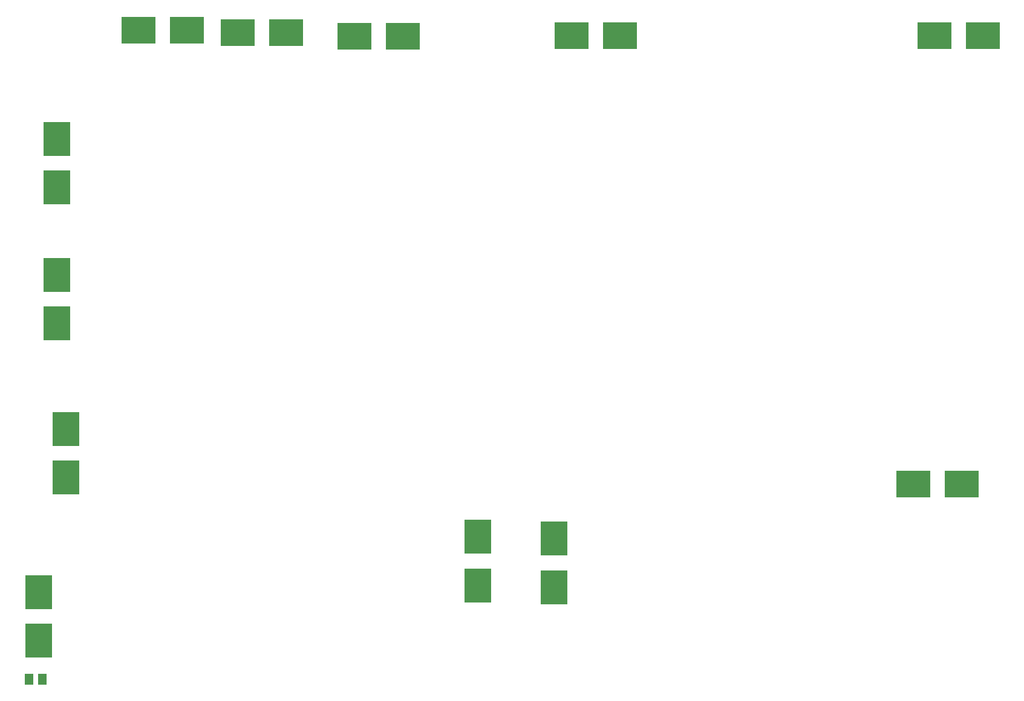
<source format=gbr>
G04 EAGLE Gerber RS-274X export*
G75*
%MOMM*%
%FSLAX34Y34*%
%LPD*%
%INSolderpaste Top*%
%IPPOS*%
%AMOC8*
5,1,8,0,0,1.08239X$1,22.5*%
G01*
%ADD10R,3.800000X4.700000*%
%ADD11R,4.700000X3.800000*%
%ADD12R,1.300000X1.500000*%


D10*
X792480Y907070D03*
X792480Y975070D03*
D11*
X991580Y1677670D03*
X923580Y1677670D03*
X1470370Y1049020D03*
X1402370Y1049020D03*
X456220Y1681480D03*
X524220Y1681480D03*
D10*
X203200Y1532600D03*
X203200Y1464600D03*
X203200Y1342100D03*
X203200Y1274100D03*
D11*
X1499580Y1677670D03*
X1431580Y1677670D03*
D10*
X899160Y904530D03*
X899160Y972530D03*
X215900Y1058200D03*
X215900Y1126200D03*
D11*
X317790Y1685290D03*
X385790Y1685290D03*
D10*
X177800Y829600D03*
X177800Y897600D03*
D11*
X688050Y1676400D03*
X620050Y1676400D03*
D12*
X164490Y775970D03*
X183490Y775970D03*
M02*

</source>
